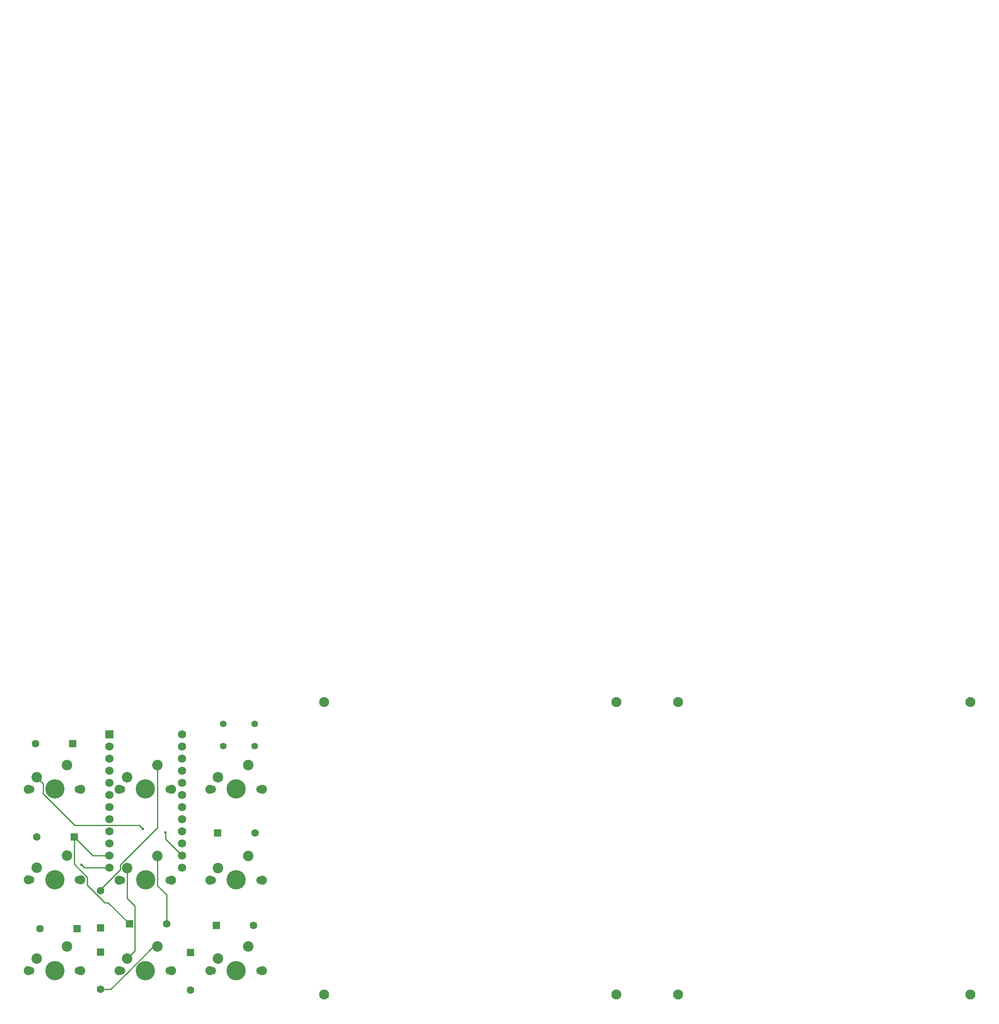
<source format=gbr>
%TF.GenerationSoftware,Altium Limited,Altium Designer,20.1.12 (249)*%
G04 Layer_Physical_Order=1*
G04 Layer_Color=255*
%FSLAX26Y26*%
%MOIN*%
%TF.SameCoordinates,C6B7DB02-E56D-4098-84F2-B1512E134489*%
%TF.FilePolarity,Positive*%
%TF.FileFunction,Copper,L1,Top,Signal*%
%TF.Part,Single*%
G01*
G75*
%TA.AperFunction,Conductor*%
%ADD10C,0.010000*%
%TA.AperFunction,ComponentPad*%
%ADD11C,0.062992*%
%ADD12R,0.062992X0.062992*%
%ADD13C,0.159449*%
%ADD14C,0.086614*%
%ADD15C,0.074803*%
%ADD16C,0.066929*%
%ADD17C,0.069016*%
%ADD18R,0.069016X0.069016*%
%ADD19C,0.055118*%
%ADD20R,0.062992X0.062992*%
%TA.AperFunction,ViaPad*%
%ADD21C,0.082677*%
%ADD22C,0.023622*%
G36*
X5782598Y8184882D02*
D01*
D02*
G37*
D10*
X618110Y1248032D02*
X641968Y1224174D01*
X848854D01*
X775984Y1044698D02*
X937598Y1206312D01*
X775984Y1035197D02*
Y1044698D01*
X811532Y933894D02*
X839452D01*
X664409Y1081016D02*
Y1145327D01*
Y1081016D02*
X811532Y933894D01*
X937598Y1206312D02*
Y1246750D01*
X839452Y933894D02*
X1013071Y760276D01*
X1311024Y1462004D02*
X1448854Y1324174D01*
X1311024Y1462004D02*
Y1515748D01*
X1094626Y1574666D02*
X1125984Y1543307D01*
X561846Y1574666D02*
X1094626D01*
X1245669Y1554821D02*
Y2072835D01*
X937598Y1246750D02*
X1245669Y1554821D01*
X302323Y1834189D02*
Y1916968D01*
X246457Y1972835D02*
X302323Y1916968D01*
Y1834189D02*
X561846Y1574666D01*
X995905Y970812D02*
Y1222598D01*
X775984Y220118D02*
X858933D01*
X993149Y354335D01*
Y355850D01*
X1197049Y559750D01*
X1231010D01*
X1245669Y574409D01*
X1320158Y760276D02*
Y1001115D01*
X1245906Y1075367D02*
X1320158Y1001115D01*
X1245906Y1075367D02*
Y1322598D01*
X995669Y474409D02*
X1059567Y538307D01*
Y907150D01*
X995905Y970812D02*
X1059567Y907150D01*
X556693Y1253044D02*
X664409Y1145327D01*
X556693Y1253044D02*
Y1479528D01*
X712047Y1324174D02*
X848854D01*
X556693Y1479528D02*
X712047Y1324174D01*
D11*
X2049764Y1511653D02*
D03*
X2037716Y748189D02*
D03*
X1320158Y760276D02*
D03*
X273701Y720079D02*
D03*
X249606Y1479528D02*
D03*
X237520Y2247008D02*
D03*
X775984Y1035197D02*
D03*
Y220118D02*
D03*
X1519370Y216102D02*
D03*
D12*
X1742677Y1511653D02*
D03*
X1730630Y748189D02*
D03*
X1013071Y760276D02*
D03*
X580787Y720079D02*
D03*
X556693Y1479528D02*
D03*
X544606Y2247008D02*
D03*
D13*
X1895472Y375000D02*
D03*
X1146260D02*
D03*
X397047D02*
D03*
Y1124213D02*
D03*
X1146496Y1123189D02*
D03*
X1895709D02*
D03*
X1895472Y1873425D02*
D03*
X1146260D02*
D03*
X397047D02*
D03*
D14*
X1744882Y474409D02*
D03*
X1994882Y574409D02*
D03*
X995669Y474409D02*
D03*
X1245669Y574409D02*
D03*
X246457Y474409D02*
D03*
X496457Y574409D02*
D03*
X246457Y1223622D02*
D03*
X496457Y1323622D02*
D03*
X995905Y1222598D02*
D03*
X1245906Y1322598D02*
D03*
X1745118Y1222598D02*
D03*
X1995118Y1322598D02*
D03*
X1744882Y1972835D02*
D03*
X1994882Y2072835D02*
D03*
X995669Y1972835D02*
D03*
X1245669Y2072835D02*
D03*
X246457Y1972835D02*
D03*
X496457Y2072835D02*
D03*
D15*
X1676968Y374409D02*
D03*
X2110433D02*
D03*
X927756D02*
D03*
X1361220D02*
D03*
X178543D02*
D03*
X612008D02*
D03*
X178543Y1123622D02*
D03*
X612008D02*
D03*
X927992Y1122598D02*
D03*
X1361457D02*
D03*
X1677205D02*
D03*
X2110669D02*
D03*
X1676968Y1872835D02*
D03*
X2110433D02*
D03*
X927756D02*
D03*
X1361220D02*
D03*
X178543D02*
D03*
X612008D02*
D03*
D16*
X1693898Y374409D02*
D03*
X2093898D02*
D03*
X944685D02*
D03*
X1344685D02*
D03*
X195472D02*
D03*
X595472D02*
D03*
X195472Y1123622D02*
D03*
X595472D02*
D03*
X944921Y1122598D02*
D03*
X1344921D02*
D03*
X1694134D02*
D03*
X2094134D02*
D03*
X1693898Y1872835D02*
D03*
X2093898D02*
D03*
X944685D02*
D03*
X1344685D02*
D03*
X195472D02*
D03*
X595472D02*
D03*
D17*
X1448854Y2124174D02*
D03*
Y1324174D02*
D03*
Y1724174D02*
D03*
Y1224174D02*
D03*
Y1524174D02*
D03*
Y1424174D02*
D03*
Y1924174D02*
D03*
Y1824174D02*
D03*
Y2224174D02*
D03*
Y2024174D02*
D03*
Y2324174D02*
D03*
Y1624174D02*
D03*
X848854Y1324174D02*
D03*
Y1724174D02*
D03*
Y2124174D02*
D03*
Y1224174D02*
D03*
Y1524174D02*
D03*
Y1424174D02*
D03*
Y1924174D02*
D03*
Y1824174D02*
D03*
Y2024174D02*
D03*
Y2224174D02*
D03*
Y1624174D02*
D03*
D18*
Y2324174D02*
D03*
D19*
X1788740Y2229291D02*
D03*
Y2410394D02*
D03*
X2048583Y2229291D02*
D03*
Y2410394D02*
D03*
D20*
X775984Y728110D02*
D03*
Y527205D02*
D03*
X1519370Y523189D02*
D03*
D21*
X5543110Y2590551D02*
D03*
Y177165D02*
D03*
X7956496Y2590551D02*
D03*
D03*
D03*
Y177165D02*
D03*
X5035433D02*
D03*
Y2590551D02*
D03*
D03*
D03*
X2622047Y177165D02*
D03*
Y2590551D02*
D03*
D22*
X618110Y1248032D02*
D03*
X1311024Y1515748D02*
D03*
X1125984Y1543307D02*
D03*
%TF.MD5,ad5a8c3a1dcd284c5465579bf604aeda*%
M02*

</source>
